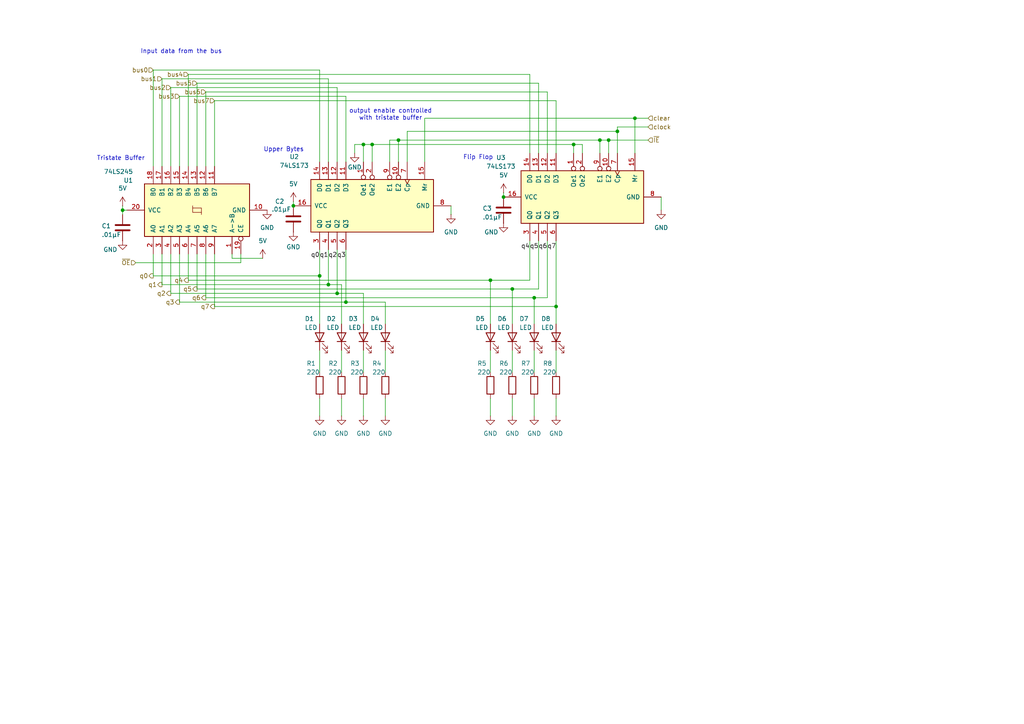
<source format=kicad_sch>
(kicad_sch (version 20231120) (generator "eeschema") (generator_version "8.0")
  (paper "A4")
  (title_block (title "Registers") (date "2024-11-11") (company "Arsenal Gear"))
  (lib_symbols
    (symbol "74xx:74LS173" (pin_names (offset 1.016))
      (property "Reference" "U" (at -7.62 19.05 0))
      (property "Value" "74LS173" (at -7.62 -19.05 0))
      (symbol "74LS173_1_0"
        (pin input inverted (at -12.7 2.54 0) (length 5.08) (name "Oe1") (number "1"))
        (pin input inverted (at -12.7 -7.62 0) (length 5.08) (name "E2") (number "10"))
        (pin input line (at -12.7 7.62 0) (length 5.08) (name "D3") (number "11"))
        (pin input line (at -12.7 10.16 0) (length 5.08) (name "D2") (number "12"))
        (pin input line (at -12.7 12.7 0) (length 5.08) (name "D1") (number "13"))
        (pin input line (at -12.7 15.24 0) (length 5.08) (name "D0") (number "14"))
        (pin input line (at -12.7 -15.24 0) (length 5.08) (name "Mr") (number "15"))
        (pin power_in line (at 0 22.86 270) (length 5.08) (name "VCC") (number "16"))
        (pin input inverted (at -12.7 0 0) (length 5.08) (name "Oe2") (number "2"))
        (pin tri_state line (at 12.7 15.24 180) (length 5.08) (name "Q0") (number "3"))
        (pin tri_state line (at 12.7 12.7 180) (length 5.08) (name "Q1") (number "4"))
        (pin tri_state line (at 12.7 10.16 180) (length 5.08) (name "Q2") (number "5"))
        (pin tri_state line (at 12.7 7.62 180) (length 5.08) (name "Q3") (number "6"))
        (pin input clock (at -12.7 -10.16 0) (length 5.08) (name "Cp") (number "7"))
        (pin power_in line (at 0 -22.86 90) (length 5.08) (name "GND") (number "8"))
        (pin input inverted (at -12.7 -5.08 0) (length 5.08) (name "E1") (number "9"))
      )
      (symbol "74LS173_1_1"
        (rectangle (start -7.62 17.78) (end 7.62 -17.78) (stroke (width 0.254)) (fill (type background)))
      )
    )
    (symbol "74xx:74LS245" (pin_names (offset 1.016))
      (property "Reference" "U" (at -7.62 16.51 0))
      (property "Value" "74LS245" (at -7.62 -16.51 0))
      (symbol "74LS245_1_0"
        (polyline (pts (xy -0.635 -1.27) (xy -0.635 1.27) (xy 0.635 1.27)))
        (polyline (pts (xy -1.27 -1.27) (xy 0.635 -1.27) (xy 0.635 1.27) (xy 1.27 1.27)))
        (pin input line (at -12.7 -10.16 0) (length 5.08) (name "A->B") (number "1"))
        (pin power_in line (at 0 -20.32 90) (length 5.08) (name "GND") (number "10"))
        (pin tri_state line (at 12.7 -5.08 180) (length 5.08) (name "B7") (number "11"))
        (pin tri_state line (at 12.7 -2.54 180) (length 5.08) (name "B6") (number "12"))
        (pin tri_state line (at 12.7 0 180) (length 5.08) (name "B5") (number "13"))
        (pin tri_state line (at 12.7 2.54 180) (length 5.08) (name "B4") (number "14"))
        (pin tri_state line (at 12.7 5.08 180) (length 5.08) (name "B3") (number "15"))
        (pin tri_state line (at 12.7 7.62 180) (length 5.08) (name "B2") (number "16"))
        (pin tri_state line (at 12.7 10.16 180) (length 5.08) (name "B1") (number "17"))
        (pin tri_state line (at 12.7 12.7 180) (length 5.08) (name "B0") (number "18"))
        (pin input inverted (at -12.7 -12.7 0) (length 5.08) (name "CE") (number "19"))
        (pin tri_state line (at -12.7 12.7 0) (length 5.08) (name "A0") (number "2"))
        (pin power_in line (at 0 20.32 270) (length 5.08) (name "VCC") (number "20"))
        (pin tri_state line (at -12.7 10.16 0) (length 5.08) (name "A1") (number "3"))
        (pin tri_state line (at -12.7 7.62 0) (length 5.08) (name "A2") (number "4"))
        (pin tri_state line (at -12.7 5.08 0) (length 5.08) (name "A3") (number "5"))
        (pin tri_state line (at -12.7 2.54 0) (length 5.08) (name "A4") (number "6"))
        (pin tri_state line (at -12.7 0 0) (length 5.08) (name "A5") (number "7"))
        (pin tri_state line (at -12.7 -2.54 0) (length 5.08) (name "A6") (number "8"))
        (pin tri_state line (at -12.7 -5.08 0) (length 5.08) (name "A7") (number "9"))
      )
      (symbol "74LS245_1_1"
        (rectangle (start -7.62 15.24) (end 7.62 -15.24) (stroke (width 0.254)) (fill (type background)))
      )
    )
    (symbol "Device:C" (pin_numbers hide) (pin_names (offset 0.254))
      (property "Reference" "C" (at 0.635 2.54 0))
      (property "Value" "C" (at 0.635 -2.54 0))
      (symbol "C_0_1"
        (polyline (pts (xy -2.032 -0.762) (xy 2.032 -0.762)) (stroke (width 0.508)))
        (polyline (pts (xy -2.032 0.762) (xy 2.032 0.762)) (stroke (width 0.508)))
      )
      (symbol "C_1_1"
        (pin passive line (at 0 3.81 270) (length 2.794) (name "~") (number "1"))
        (pin passive line (at 0 -3.81 90) (length 2.794) (name "~") (number "2"))
      )
    )
    (symbol "Device:LED" (pin_numbers hide) (pin_names (offset 1.016) hide)
      (property "Reference" "D" (at 0 2.54 0))
      (property "Value" "LED" (at 0 -2.54 0))
      (symbol "LED_0_1"
        (polyline (pts (xy -1.27 -1.27) (xy -1.27 1.27)) (stroke (width 0.254)))
        (polyline (pts (xy -1.27 0) (xy 1.27 0)))
        (polyline (pts (xy 1.27 -1.27) (xy 1.27 1.27) (xy -1.27 0) (xy 1.27 -1.27)) (stroke (width 0.254)))
        (polyline (pts (xy -3.048 -0.762) (xy -4.572 -2.286) (xy -3.81 -2.286) (xy -4.572 -2.286) (xy -4.572 -1.524)))
        (polyline (pts (xy -1.778 -0.762) (xy -3.302 -2.286) (xy -2.54 -2.286) (xy -3.302 -2.286) (xy -3.302 -1.524)))
      )
      (symbol "LED_1_1"
        (pin passive line (at -3.81 0 0) (length 2.54) (name "K") (number "1"))
        (pin passive line (at 3.81 0 180) (length 2.54) (name "A") (number "2"))
      )
    )
    (symbol "Device:R" (pin_numbers hide) (pin_names (offset 0))
      (property "Reference" "R" (at 2.032 0 90))
      (property "Value" "R" (at 0 0 90))
      (symbol "R_0_1"
        (rectangle (start -1.016 -2.54) (end 1.016 2.54) (stroke (width 0.254)))
      )
      (symbol "R_1_1"
        (pin passive line (at 0 3.81 270) (length 1.27) (name "~") (number "1"))
        (pin passive line (at 0 -3.81 90) (length 1.27) (name "~") (number "2"))
      )
    )
    (symbol "power:GND" (power) (pin_numbers hide) (pin_names (offset 0) hide)
      (property "Value" "GND" (at 0 -3.81 0))
      (symbol "GND_0_1"
        (polyline (pts (xy 0 0) (xy 0 -1.27) (xy 1.27 -1.27) (xy 0 -2.54) (xy -1.27 -1.27) (xy 0 -1.27)))
      )
      (symbol "GND_1_1"
        (pin power_in line (at 0 0 270) (length 0) (name "~") (number "1"))
      )
    )
    (symbol "power:VCC" (power) (pin_numbers hide) (pin_names (offset 0) hide)
      (property "Value" "VCC" (at 0 3.556 0))
      (symbol "VCC_0_1"
        (polyline (pts (xy -0.762 1.27) (xy 0 2.54)))
        (polyline (pts (xy 0 0) (xy 0 2.54)))
        (polyline (pts (xy 0 2.54) (xy 0.762 1.27)))
      )
      (symbol "VCC_1_1"
        (pin power_in line (at 0 0 90) (length 0) (name "~") (number "1"))
      )
    )
  )
  (junction (at 166.37 41.91))
  (junction (at 105.41 41.91))
  (junction (at 184.15 34.29))
  (junction (at 161.29 88.9))
  (junction (at 148.59 83.82))
  (junction (at 97.79 85.09))
  (junction (at 115.57 40.64))
  (junction (at 179.07 38.1))
  (junction (at 100.33 87.63))
  (junction (at 107.95 41.91))
  (junction (at 154.94 86.36))
  (junction (at 92.71 80.01))
  (junction (at 146.05 57.15))
  (junction (at 142.24 81.28))
  (junction (at 176.53 40.64))
  (junction (at 85.09 59.69))
  (junction (at 35.56 60.96))
  (junction (at 173.99 40.64))
  (junction (at 95.25 82.55))
  (wire (pts (xy 123.19 34.29) (xy 184.15 34.29)))
  (wire (pts (xy 111.76 115.57) (xy 111.76 120.65)))
  (wire (pts (xy 161.29 88.9) (xy 62.23 88.9)))
  (wire (pts (xy 46.99 73.66) (xy 46.99 82.55)))
  (wire (pts (xy 54.61 21.59) (xy 54.61 48.26)))
  (wire (pts (xy 54.61 73.66) (xy 54.61 81.28)))
  (wire (pts (xy 49.53 25.4) (xy 49.53 48.26)))
  (wire (pts (xy 100.33 27.94) (xy 100.33 46.99)))
  (wire (pts (xy 69.85 76.2) (xy 39.37 76.2)))
  (wire (pts (xy 113.03 46.99) (xy 113.03 40.64)))
  (wire (pts (xy 156.21 69.85) (xy 156.21 83.82)))
  (wire (pts (xy 92.71 72.39) (xy 92.71 80.01)))
  (wire (pts (xy 158.75 26.67) (xy 158.75 44.45)))
  (wire (pts (xy 44.45 20.32) (xy 44.45 48.26)))
  (wire (pts (xy 173.99 40.64) (xy 176.53 40.64)))
  (wire (pts (xy 97.79 25.4) (xy 97.79 46.99)))
  (wire (pts (xy 102.87 41.91) (xy 102.87 44.45)))
  (wire (pts (xy 52.07 27.94) (xy 52.07 48.26)))
  (wire (pts (xy 59.69 73.66) (xy 59.69 86.36)))
  (wire (pts (xy 62.23 73.66) (xy 62.23 88.9)))
  (wire (pts (xy 52.07 73.66) (xy 52.07 87.63)))
  (wire (pts (xy 67.31 74.93) (xy 67.31 73.66)))
  (wire (pts (xy 161.29 101.6) (xy 161.29 107.95)))
  (wire (pts (xy 95.25 22.86) (xy 95.25 46.99)))
  (wire (pts (xy 35.56 62.23) (xy 35.56 60.96)))
  (wire (pts (xy 92.71 20.32) (xy 92.71 46.99)))
  (wire (pts (xy 184.15 34.29) (xy 184.15 44.45)))
  (wire (pts (xy 161.29 29.21) (xy 161.29 44.45)))
  (wire (pts (xy 158.75 86.36) (xy 154.94 86.36)))
  (wire (pts (xy 49.53 73.66) (xy 49.53 85.09)))
  (wire (pts (xy 49.53 25.4) (xy 97.79 25.4)))
  (wire (pts (xy 100.33 87.63) (xy 111.76 87.63)))
  (wire (pts (xy 99.06 115.57) (xy 99.06 120.65)))
  (wire (pts (xy 85.09 58.42) (xy 85.09 59.69)))
  (wire (pts (xy 92.71 80.01) (xy 92.71 93.98)))
  (wire (pts (xy 184.15 34.29) (xy 187.96 34.29)))
  (wire (pts (xy 154.94 86.36) (xy 154.94 93.98)))
  (wire (pts (xy 97.79 85.09) (xy 105.41 85.09)))
  (wire (pts (xy 105.41 85.09) (xy 105.41 93.98)))
  (wire (pts (xy 154.94 86.36) (xy 59.69 86.36)))
  (wire (pts (xy 148.59 101.6) (xy 148.59 107.95)))
  (wire (pts (xy 148.59 115.57) (xy 148.59 120.65)))
  (wire (pts (xy 105.41 41.91) (xy 107.95 41.91)))
  (wire (pts (xy 156.21 24.13) (xy 156.21 44.45)))
  (wire (pts (xy 107.95 41.91) (xy 107.95 46.99)))
  (wire (pts (xy 46.99 22.86) (xy 46.99 48.26)))
  (wire (pts (xy 153.67 81.28) (xy 142.24 81.28)))
  (wire (pts (xy 158.75 69.85) (xy 158.75 86.36)))
  (wire (pts (xy 57.15 24.13) (xy 156.21 24.13)))
  (wire (pts (xy 57.15 73.66) (xy 57.15 83.82)))
  (wire (pts (xy 107.95 41.91) (xy 166.37 41.91)))
  (wire (pts (xy 69.85 73.66) (xy 69.85 76.2)))
  (wire (pts (xy 92.71 101.6) (xy 92.71 107.95)))
  (wire (pts (xy 100.33 87.63) (xy 52.07 87.63)))
  (wire (pts (xy 95.25 82.55) (xy 46.99 82.55)))
  (wire (pts (xy 123.19 46.99) (xy 123.19 34.29)))
  (wire (pts (xy 52.07 27.94) (xy 100.33 27.94)))
  (wire (pts (xy 179.07 36.83) (xy 179.07 38.1)))
  (wire (pts (xy 179.07 38.1) (xy 179.07 44.45)))
  (wire (pts (xy 161.29 69.85) (xy 161.29 88.9)))
  (wire (pts (xy 115.57 46.99) (xy 115.57 40.64)))
  (wire (pts (xy 35.56 60.96) (xy 36.83 60.96)))
  (wire (pts (xy 142.24 115.57) (xy 142.24 120.65)))
  (wire (pts (xy 153.67 69.85) (xy 153.67 81.28)))
  (wire (pts (xy 148.59 83.82) (xy 156.21 83.82)))
  (wire (pts (xy 148.59 83.82) (xy 148.59 93.98)))
  (wire (pts (xy 118.11 38.1) (xy 179.07 38.1)))
  (wire (pts (xy 46.99 22.86) (xy 95.25 22.86)))
  (wire (pts (xy 111.76 87.63) (xy 111.76 93.98)))
  (wire (pts (xy 99.06 82.55) (xy 99.06 93.98)))
  (wire (pts (xy 161.29 88.9) (xy 161.29 93.98)))
  (wire (pts (xy 179.07 36.83) (xy 187.96 36.83)))
  (wire (pts (xy 161.29 115.57) (xy 161.29 120.65)))
  (wire (pts (xy 115.57 40.64) (xy 173.99 40.64)))
  (wire (pts (xy 118.11 46.99) (xy 118.11 38.1)))
  (wire (pts (xy 59.69 26.67) (xy 59.69 48.26)))
  (wire (pts (xy 168.91 41.91) (xy 168.91 44.45)))
  (wire (pts (xy 142.24 81.28) (xy 142.24 93.98)))
  (wire (pts (xy 105.41 41.91) (xy 105.41 46.99)))
  (wire (pts (xy 142.24 101.6) (xy 142.24 107.95)))
  (wire (pts (xy 105.41 115.57) (xy 105.41 120.65)))
  (wire (pts (xy 99.06 101.6) (xy 99.06 107.95)))
  (wire (pts (xy 57.15 83.82) (xy 148.59 83.82)))
  (wire (pts (xy 76.2 74.93) (xy 67.31 74.93)))
  (wire (pts (xy 111.76 101.6) (xy 111.76 107.95)))
  (wire (pts (xy 54.61 21.59) (xy 153.67 21.59)))
  (wire (pts (xy 97.79 85.09) (xy 49.53 85.09)))
  (wire (pts (xy 166.37 41.91) (xy 168.91 41.91)))
  (wire (pts (xy 95.25 72.39) (xy 95.25 82.55)))
  (wire (pts (xy 154.94 115.57) (xy 154.94 120.65)))
  (wire (pts (xy 166.37 41.91) (xy 166.37 44.45)))
  (wire (pts (xy 102.87 41.91) (xy 105.41 41.91)))
  (wire (pts (xy 100.33 72.39) (xy 100.33 87.63)))
  (wire (pts (xy 44.45 20.32) (xy 92.71 20.32)))
  (wire (pts (xy 62.23 29.21) (xy 62.23 48.26)))
  (wire (pts (xy 62.23 29.21) (xy 161.29 29.21)))
  (wire (pts (xy 173.99 40.64) (xy 173.99 44.45)))
  (wire (pts (xy 92.71 115.57) (xy 92.71 120.65)))
  (wire (pts (xy 176.53 40.64) (xy 176.53 44.45)))
  (wire (pts (xy 44.45 73.66) (xy 44.45 80.01)))
  (wire (pts (xy 113.03 40.64) (xy 115.57 40.64)))
  (wire (pts (xy 153.67 21.59) (xy 153.67 44.45)))
  (wire (pts (xy 191.77 60.96) (xy 191.77 57.15)))
  (wire (pts (xy 59.69 26.67) (xy 158.75 26.67)))
  (wire (pts (xy 92.71 80.01) (xy 44.45 80.01)))
  (wire (pts (xy 105.41 101.6) (xy 105.41 107.95)))
  (wire (pts (xy 57.15 24.13) (xy 57.15 48.26)))
  (wire (pts (xy 97.79 72.39) (xy 97.79 85.09)))
  (wire (pts (xy 130.81 59.69) (xy 130.81 62.23)))
  (wire (pts (xy 146.05 55.88) (xy 146.05 57.15)))
  (wire (pts (xy 176.53 40.64) (xy 187.96 40.64)))
  (wire (pts (xy 35.56 59.69) (xy 35.56 60.96)))
  (wire (pts (xy 99.06 82.55) (xy 95.25 82.55)))
  (wire (pts (xy 154.94 101.6) (xy 154.94 107.95)))
  (wire (pts (xy 142.24 81.28) (xy 54.61 81.28)))
  (text "Upper Bytes" (at 82.296 43.434 0) (effects (font (size 1.27 1.27))))
  (text "Flip Flop" (at 138.684 45.72 0) (effects (font (size 1.27 1.27))))
  (text "output enable controlled\nwith tristate buffer" (at 113.284 33.274 0) (effects (font (size 1.27 1.27))))
  (text "Input data from the bus" (at 52.578 14.986 0) (effects (font (size 1.27 1.27))))
  (text "Tristate Buffer" (at 35.052 45.974 0) (effects (font (size 1.27 1.27))))
  (label "q6" (at 158.75 72.39 180))
  (label "q1" (at 95.25 74.93 180))
  (label "q3" (at 100.33 74.93 180))
  (label "q7" (at 161.29 72.39 180))
  (label "q2" (at 97.79 74.93 180))
  (label "q0" (at 92.71 74.93 180))
  (label "q5" (at 156.21 72.39 180))
  (label "q4" (at 153.67 72.39 180))
  (hierarchical_label "q1" (shape output) (at 46.99 82.55 180))
  (hierarchical_label "q7" (shape output) (at 62.23 88.9 180))
  (hierarchical_label "~{IE}" (shape input) (at 187.96 40.64 0))
  (hierarchical_label "q6" (shape output) (at 59.69 86.36 180))
  (hierarchical_label "q2" (shape output) (at 49.53 85.09 180))
  (hierarchical_label "bus3" (shape input) (at 52.07 27.94 180))
  (hierarchical_label "bus0" (shape input) (at 44.45 20.32 180))
  (hierarchical_label "bus7" (shape input) (at 62.23 29.21 180))
  (hierarchical_label "clock" (shape input) (at 187.96 36.83 0))
  (hierarchical_label "bus1" (shape input) (at 46.99 22.86 180))
  (hierarchical_label "q0" (shape output) (at 44.45 80.01 180))
  (hierarchical_label "~{OE}" (shape input) (at 39.37 76.2 180))
  (hierarchical_label "bus4" (shape input) (at 54.61 21.59 180))
  (hierarchical_label "q5" (shape output) (at 57.15 83.82 180))
  (hierarchical_label "bus5" (shape input) (at 57.15 24.13 180))
  (hierarchical_label "bus6" (shape input) (at 59.69 26.67 180))
  (hierarchical_label "q4" (shape output) (at 54.61 81.28 180))
  (hierarchical_label "bus2" (shape input) (at 49.53 25.4 180))
  (hierarchical_label "clear" (shape input) (at 187.96 34.29 0))
  (hierarchical_label "q3" (shape output) (at 52.07 87.63 180))
  (symbol (lib_id "Device:LED") (at 99.06 97.79 90) (unit 1)
    (property "Reference" "D2" (at 94.742 92.456 90) (effects (justify right)))
    (property "Value" "LED" (at 94.742 94.996 90) (effects (justify right)))
    (property "Footprint" "LED_THT:LED_D5.0mm" (effects (hide yes)))
    (property "Description" "Light emitting diode" (effects (hide yes)))
    (instances (project "Registers_Module" (path "" (reference "D2") (unit 1)) (path "" (reference "D18") (unit 1))))
  )
  (symbol (lib_id "Device:LED") (at 142.24 97.79 90) (unit 1)
    (property "Reference" "D5" (at 137.922 92.456 90) (effects (justify right)))
    (property "Value" "LED" (at 137.922 94.996 90) (effects (justify right)))
    (property "Footprint" "LED_THT:LED_D5.0mm" (effects (hide yes)))
    (property "Description" "Light emitting diode" (effects (hide yes)))
    (instances (project "Registers_Module" (path "" (reference "D5") (unit 1)) (path "" (reference "D21") (unit 1))))
  )
  (symbol (lib_id "power:VCC") (at 85.09 58.42 0) (unit 1) (exclude_from_sim yes)
    (property "Reference" "#PWR08" (effects (hide yes)))
    (property "Value" "5V" (at 85.09 53.34 0))
    (property "Description" "Power symbol creates a global label with name \"VCC\"" (effects (hide yes)))
    (instances (project "Registers_Module" (path "" (reference "#PWR08") (unit 1)) (path "" (reference "#PWR062") (unit 1))))
  )
  (symbol (lib_id "power:VCC") (at 35.56 59.69 0) (unit 1) (exclude_from_sim yes)
    (property "Reference" "#PWR02" (effects (hide yes)))
    (property "Value" "5V" (at 35.56 54.61 0))
    (property "Description" "Power symbol creates a global label with name \"VCC\"" (effects (hide yes)))
    (instances (project "Registers_Module" (path "" (reference "#PWR02") (unit 1)) (path "" (reference "#PWR023") (unit 1))))
  )
  (symbol (lib_id "Device:C") (at 146.05 60.96 180) (unit 1)
    (property "Reference" "C3" (at 139.954 60.452 0) (effects (justify right)))
    (property "Value" ".01µF" (at 139.954 62.992 0) (effects (justify right)))
    (property "Footprint" "Capacitor_THT:C_Disc_D5.0mm_W2.5mm_P2.50mm" (effects (hide yes)))
    (property "Description" "Unpolarized capacitor" (effects (hide yes)))
    (instances (project "Registers_Module" (path "" (reference "C3") (unit 1)) (path "" (reference "C14") (unit 1))))
  )
  (symbol (lib_id "Device:LED") (at 161.29 97.79 90) (unit 1)
    (property "Reference" "D8" (at 156.972 92.456 90) (effects (justify right)))
    (property "Value" "LED" (at 156.972 94.996 90) (effects (justify right)))
    (property "Footprint" "LED_THT:LED_D5.0mm" (effects (hide yes)))
    (property "Description" "Light emitting diode" (effects (hide yes)))
    (instances (project "Registers_Module" (path "" (reference "D8") (unit 1)) (path "" (reference "D24") (unit 1))))
  )
  (symbol (lib_id "Device:R") (at 92.71 111.76 0) (unit 1)
    (property "Reference" "R1" (at 88.9 105.41 0) (effects (justify left)))
    (property "Value" "220" (at 88.9 107.95 0) (effects (justify left)))
    (property "Footprint" "Resistor_THT:R_Axial_DIN0207_L6.3mm_D2.5mm_P5.08mm_Vertical" (effects (hide yes)))
    (property "Description" "Resistor" (effects (hide yes)))
    (instances (project "Registers_Module" (path "" (reference "R1") (unit 1)) (path "" (reference "R17") (unit 1))))
  )
  (symbol (lib_id "power:GND") (at 142.24 120.65 0) (unit 1) (exclude_from_sim yes)
    (property "Reference" "#PWR016" (effects (hide yes)))
    (property "Value" "GND" (at 142.24 125.73 0))
    (property "Description" "Power symbol creates a global label with name \"GND\" , ground" (effects (hide yes)))
    (instances (project "Registers_Module" (path "" (reference "#PWR016") (unit 1)) (path "" (reference "#PWR070") (unit 1))))
  )
  (symbol (lib_id "power:GND") (at 130.81 62.23 0) (unit 1) (exclude_from_sim yes)
    (property "Reference" "#PWR015" (effects (hide yes)))
    (property "Value" "GND" (at 130.81 67.31 0))
    (property "Description" "Power symbol creates a global label with name \"GND\" , ground" (effects (hide yes)))
    (instances (project "Registers_Module" (path "" (reference "#PWR015") (unit 1)) (path "" (reference "#PWR069") (unit 1))))
  )
  (symbol (lib_id "power:GND") (at 77.47 60.96 0) (unit 1) (exclude_from_sim yes)
    (property "Reference" "#PWR07" (effects (hide yes)))
    (property "Value" "GND" (at 77.47 66.04 0))
    (property "Description" "Power symbol creates a global label with name \"GND\" , ground" (effects (hide yes)))
    (instances (project "Registers_Module" (path "" (reference "#PWR07") (unit 1)) (path "" (reference "#PWR061") (unit 1))))
  )
  (symbol (lib_id "Device:R") (at 105.41 111.76 0) (unit 1)
    (property "Reference" "R3" (at 101.6 105.41 0) (effects (justify left)))
    (property "Value" "220" (at 101.6 107.95 0) (effects (justify left)))
    (property "Footprint" "Resistor_THT:R_Axial_DIN0207_L6.3mm_D2.5mm_P5.08mm_Vertical" (effects (hide yes)))
    (property "Description" "Resistor" (effects (hide yes)))
    (instances (project "Registers_Module" (path "" (reference "R3") (unit 1)) (path "" (reference "R19") (unit 1))))
  )
  (symbol (lib_id "power:GND") (at 105.41 120.65 0) (unit 1) (exclude_from_sim yes)
    (property "Reference" "#PWR013" (effects (hide yes)))
    (property "Value" "GND" (at 105.41 125.73 0))
    (property "Description" "Power symbol creates a global label with name \"GND\" , ground" (effects (hide yes)))
    (instances (project "Registers_Module" (path "" (reference "#PWR013") (unit 1)) (path "" (reference "#PWR067") (unit 1))))
  )
  (symbol (lib_id "power:GND") (at 146.05 64.77 0) (unit 1) (exclude_from_sim yes)
    (property "Reference" "#PWR018" (effects (hide yes)))
    (property "Value" "GND" (at 142.494 67.31 0))
    (property "Description" "Power symbol creates a global label with name \"GND\" , ground" (effects (hide yes)))
    (instances (project "Registers_Module" (path "" (reference "#PWR018") (unit 1)) (path "" (reference "#PWR072") (unit 1))))
  )
  (symbol (lib_id "Device:R") (at 161.29 111.76 0) (unit 1)
    (property "Reference" "R8" (at 157.48 105.41 0) (effects (justify left)))
    (property "Value" "220" (at 157.48 107.95 0) (effects (justify left)))
    (property "Footprint" "Resistor_THT:R_Axial_DIN0207_L6.3mm_D2.5mm_P5.08mm_Vertical" (effects (hide yes)))
    (property "Description" "Resistor" (effects (hide yes)))
    (instances (project "Registers_Module" (path "" (reference "R8") (unit 1)) (path "" (reference "R24") (unit 1))))
  )
  (symbol (lib_id "power:GND") (at 35.56 69.85 0) (unit 1) (exclude_from_sim yes)
    (property "Reference" "#PWR05" (effects (hide yes)))
    (property "Value" "GND" (at 32.004 72.39 0))
    (property "Description" "Power symbol creates a global label with name \"GND\" , ground" (effects (hide yes)))
    (instances (project "Registers_Module" (path "" (reference "#PWR05") (unit 1)) (path "" (reference "#PWR059") (unit 1))))
  )
  (symbol (lib_id "power:GND") (at 99.06 120.65 0) (unit 1) (exclude_from_sim yes)
    (property "Reference" "#PWR011" (effects (hide yes)))
    (property "Value" "GND" (at 99.06 125.73 0))
    (property "Description" "Power symbol creates a global label with name \"GND\" , ground" (effects (hide yes)))
    (instances (project "Registers_Module" (path "" (reference "#PWR011") (unit 1)) (path "" (reference "#PWR065") (unit 1))))
  )
  (symbol (lib_id "74xx:74LS173") (at 107.95 59.69 90) (mirror x) (unit 1)
    (property "Reference" "U2" (at 85.344 45.466 90))
    (property "Value" "74LS173" (at 85.344 48.006 90))
    (property "Footprint" "Package_DIP:DIP-16_W7.62mm" (effects (hide yes)))
    (property "Datasheet" "http://www.ti.com/lit/gpn/sn74LS173" (effects (hide yes)))
    (property "Description" "4-bit D-type Register, 3 state out" (effects (hide yes)))
    (instances (project "Registers_Module" (path "" (reference "U2") (unit 1)) (path "" (reference "U13") (unit 1))))
  )
  (symbol (lib_id "power:GND") (at 154.94 120.65 0) (unit 1) (exclude_from_sim yes)
    (property "Reference" "#PWR020" (effects (hide yes)))
    (property "Value" "GND" (at 154.94 125.73 0))
    (property "Description" "Power symbol creates a global label with name \"GND\" , ground" (effects (hide yes)))
    (instances (project "Registers_Module" (path "" (reference "#PWR020") (unit 1)) (path "" (reference "#PWR074") (unit 1))))
  )
  (symbol (lib_id "power:VCC") (at 146.05 55.88 0) (unit 1) (exclude_from_sim yes)
    (property "Reference" "#PWR017" (effects (hide yes)))
    (property "Value" "5V" (at 146.05 50.8 0))
    (property "Description" "Power symbol creates a global label with name \"VCC\"" (effects (hide yes)))
    (instances (project "Registers_Module" (path "" (reference "#PWR017") (unit 1)) (path "" (reference "#PWR071") (unit 1))))
  )
  (symbol (lib_id "power:GND") (at 111.76 120.65 0) (unit 1) (exclude_from_sim yes)
    (property "Reference" "#PWR014" (effects (hide yes)))
    (property "Value" "GND" (at 111.76 125.73 0))
    (property "Description" "Power symbol creates a global label with name \"GND\" , ground" (effects (hide yes)))
    (instances (project "Registers_Module" (path "" (reference "#PWR014") (unit 1)) (path "" (reference "#PWR068") (unit 1))))
  )
  (symbol (lib_id "Device:R") (at 142.24 111.76 0) (unit 1)
    (property "Reference" "R5" (at 138.43 105.41 0) (effects (justify left)))
    (property "Value" "220" (at 138.43 107.95 0) (effects (justify left)))
    (property "Footprint" "Resistor_THT:R_Axial_DIN0207_L6.3mm_D2.5mm_P5.08mm_Vertical" (effects (hide yes)))
    (property "Description" "Resistor" (effects (hide yes)))
    (instances (project "Registers_Module" (path "" (reference "R5") (unit 1)) (path "" (reference "R21") (unit 1))))
  )
  (symbol (lib_id "power:VCC") (at 76.2 74.93 0) (unit 1) (exclude_from_sim yes)
    (property "Reference" "#PWR06" (effects (hide yes)))
    (property "Value" "5V" (at 76.2 69.85 0))
    (property "Description" "Power symbol creates a global label with name \"VCC\"" (effects (hide yes)))
    (instances (project "Registers_Module" (path "" (reference "#PWR06") (unit 1)) (path "" (reference "#PWR060") (unit 1))))
  )
  (symbol (lib_id "74xx:74LS245") (at 57.15 60.96 90) (unit 1)
    (property "Reference" "U1" (at 38.608 52.324 90) (effects (justify left)))
    (property "Value" "74LS245" (at 38.608 49.784 90) (effects (justify left)))
    (property "Footprint" "Package_DIP:DIP-20_W7.62mm" (effects (hide yes)))
    (property "Datasheet" "http://www.ti.com/lit/gpn/sn74LS245" (effects (hide yes)))
    (property "Description" "Octal BUS Transceivers, 3-State outputs" (effects (hide yes)))
    (instances (project "Registers_Module" (path "" (reference "U1") (unit 1)) (path "" (reference "U12") (unit 1))))
  )
  (symbol (lib_id "Device:LED") (at 111.76 97.79 90) (unit 1)
    (property "Reference" "D4" (at 107.442 92.456 90) (effects (justify right)))
    (property "Value" "LED" (at 107.442 94.996 90) (effects (justify right)))
    (property "Footprint" "LED_THT:LED_D5.0mm" (effects (hide yes)))
    (property "Description" "Light emitting diode" (effects (hide yes)))
    (instances (project "Registers_Module" (path "" (reference "D4") (unit 1)) (path "" (reference "D20") (unit 1))))
  )
  (symbol (lib_id "power:GND") (at 191.77 60.96 0) (unit 1) (exclude_from_sim yes)
    (property "Reference" "#PWR022" (effects (hide yes)))
    (property "Value" "GND" (at 191.77 66.04 0))
    (property "Description" "Power symbol creates a global label with name \"GND\" , ground" (effects (hide yes)))
    (instances (project "Registers_Module" (path "" (reference "#PWR022") (unit 1)) (path "" (reference "#PWR076") (unit 1))))
  )
  (symbol (lib_id "power:GND") (at 92.71 120.65 0) (unit 1) (exclude_from_sim yes)
    (property "Reference" "#PWR010" (effects (hide yes)))
    (property "Value" "GND" (at 92.71 125.73 0))
    (property "Description" "Power symbol creates a global label with name \"GND\" , ground" (effects (hide yes)))
    (instances (project "Registers_Module" (path "" (reference "#PWR010") (unit 1)) (path "" (reference "#PWR064") (unit 1))))
  )
  (symbol (lib_id "Device:R") (at 99.06 111.76 0) (unit 1)
    (property "Reference" "R2" (at 95.25 105.41 0) (effects (justify left)))
    (property "Value" "220" (at 95.25 107.95 0) (effects (justify left)))
    (property "Footprint" "Resistor_THT:R_Axial_DIN0207_L6.3mm_D2.5mm_P5.08mm_Vertical" (effects (hide yes)))
    (property "Description" "Resistor" (effects (hide yes)))
    (instances (project "Registers_Module" (path "" (reference "R2") (unit 1)) (path "" (reference "R18") (unit 1))))
  )
  (symbol (lib_id "power:GND") (at 161.29 120.65 0) (unit 1) (exclude_from_sim yes)
    (property "Reference" "#PWR021" (effects (hide yes)))
    (property "Value" "GND" (at 161.29 125.73 0))
    (property "Description" "Power symbol creates a global label with name \"GND\" , ground" (effects (hide yes)))
    (instances (project "Registers_Module" (path "" (reference "#PWR021") (unit 1)) (path "" (reference "#PWR075") (unit 1))))
  )
  (symbol (lib_id "power:GND") (at 85.09 67.31 0) (unit 1) (exclude_from_sim yes)
    (property "Reference" "#PWR09" (effects (hide yes)))
    (property "Value" "GND" (at 85.09 71.628 0))
    (property "Description" "Power symbol creates a global label with name \"GND\" , ground" (effects (hide yes)))
    (instances (project "Registers_Module" (path "" (reference "#PWR09") (unit 1)) (path "" (reference "#PWR063") (unit 1))))
  )
  (symbol (lib_id "Device:LED") (at 105.41 97.79 90) (unit 1)
    (property "Reference" "D3" (at 101.092 92.456 90) (effects (justify right)))
    (property "Value" "LED" (at 101.092 94.996 90) (effects (justify right)))
    (property "Footprint" "LED_THT:LED_D5.0mm" (effects (hide yes)))
    (property "Description" "Light emitting diode" (effects (hide yes)))
    (instances (project "Registers_Module" (path "" (reference "D3") (unit 1)) (path "" (reference "D19") (unit 1))))
  )
  (symbol (lib_id "Device:R") (at 154.94 111.76 0) (unit 1)
    (property "Reference" "R7" (at 151.13 105.41 0) (effects (justify left)))
    (property "Value" "220" (at 151.13 107.95 0) (effects (justify left)))
    (property "Footprint" "Resistor_THT:R_Axial_DIN0207_L6.3mm_D2.5mm_P5.08mm_Vertical" (effects (hide yes)))
    (property "Description" "Resistor" (effects (hide yes)))
    (instances (project "Registers_Module" (path "" (reference "R7") (unit 1)) (path "" (reference "R23") (unit 1))))
  )
  (symbol (lib_id "power:GND") (at 148.59 120.65 0) (unit 1) (exclude_from_sim yes)
    (property "Reference" "#PWR019" (effects (hide yes)))
    (property "Value" "GND" (at 148.59 125.73 0))
    (property "Description" "Power symbol creates a global label with name \"GND\" , ground" (effects (hide yes)))
    (instances (project "Registers_Module" (path "" (reference "#PWR019") (unit 1)) (path "" (reference "#PWR073") (unit 1))))
  )
  (symbol (lib_id "Device:LED") (at 92.71 97.79 90) (unit 1)
    (property "Reference" "D1" (at 88.392 92.456 90) (effects (justify right)))
    (property "Value" "LED" (at 88.392 94.996 90) (effects (justify right)))
    (property "Footprint" "LED_THT:LED_D5.0mm" (effects (hide yes)))
    (property "Description" "Light emitting diode" (effects (hide yes)))
    (instances (project "Registers_Module" (path "" (reference "D1") (unit 1)) (path "" (reference "D17") (unit 1))))
  )
  (symbol (lib_id "Device:LED") (at 148.59 97.79 90) (unit 1)
    (property "Reference" "D6" (at 144.272 92.456 90) (effects (justify right)))
    (property "Value" "LED" (at 144.272 94.996 90) (effects (justify right)))
    (property "Footprint" "LED_THT:LED_D5.0mm" (effects (hide yes)))
    (property "Description" "Light emitting diode" (effects (hide yes)))
    (instances (project "Registers_Module" (path "" (reference "D6") (unit 1)) (path "" (reference "D22") (unit 1))))
  )
  (symbol (lib_id "Device:R") (at 111.76 111.76 0) (unit 1)
    (property "Reference" "R4" (at 107.95 105.41 0) (effects (justify left)))
    (property "Value" "220" (at 107.95 107.95 0) (effects (justify left)))
    (property "Footprint" "Resistor_THT:R_Axial_DIN0207_L6.3mm_D2.5mm_P5.08mm_Vertical" (effects (hide yes)))
    (property "Description" "Resistor" (effects (hide yes)))
    (instances (project "Registers_Module" (path "" (reference "R4") (unit 1)) (path "" (reference "R20") (unit 1))))
  )
  (symbol (lib_id "Device:LED") (at 154.94 97.79 90) (unit 1)
    (property "Reference" "D7" (at 150.622 92.456 90) (effects (justify right)))
    (property "Value" "LED" (at 150.622 94.996 90) (effects (justify right)))
    (property "Footprint" "LED_THT:LED_D5.0mm" (effects (hide yes)))
    (property "Description" "Light emitting diode" (effects (hide yes)))
    (instances (project "Registers_Module" (path "" (reference "D7") (unit 1)) (path "" (reference "D23") (unit 1))))
  )
  (symbol (lib_id "Device:R") (at 148.59 111.76 0) (unit 1)
    (property "Reference" "R6" (at 144.78 105.41 0) (effects (justify left)))
    (property "Value" "220" (at 144.78 107.95 0) (effects (justify left)))
    (property "Footprint" "Resistor_THT:R_Axial_DIN0207_L6.3mm_D2.5mm_P5.08mm_Vertical" (effects (hide yes)))
    (property "Description" "Resistor" (effects (hide yes)))
    (instances (project "Registers_Module" (path "" (reference "R6") (unit 1)) (path "" (reference "R22") (unit 1))))
  )
  (symbol (lib_id "Device:C") (at 35.56 66.04 180) (unit 1)
    (property "Reference" "C1" (at 29.464 65.532 0) (effects (justify right)))
    (property "Value" ".01µF" (at 29.464 68.072 0) (effects (justify right)))
    (property "Footprint" "Capacitor_THT:C_Disc_D5.0mm_W2.5mm_P2.50mm" (effects (hide yes)))
    (property "Description" "Unpolarized capacitor" (effects (hide yes)))
    (instances (project "Registers_Module" (path "" (reference "C1") (unit 1)) (path "" (reference "C12") (unit 1))))
  )
  (symbol (lib_id "Device:C") (at 85.09 63.5 180) (unit 1)
    (property "Reference" "C2" (at 79.756 58.42 0) (effects (justify right)))
    (property "Value" ".01µF" (at 78.74 60.706 0) (effects (justify right)))
    (property "Footprint" "Capacitor_THT:C_Disc_D5.0mm_W2.5mm_P2.50mm" (effects (hide yes)))
    (property "Description" "Unpolarized capacitor" (effects (hide yes)))
    (instances (project "Registers_Module" (path "" (reference "C2") (unit 1)) (path "" (reference "C13") (unit 1))))
  )
  (symbol (lib_id "74xx:74LS173") (at 168.91 57.15 90) (mirror x) (unit 1)
    (property "Reference" "U3" (at 145.288 45.72 90))
    (property "Value" "74LS173" (at 145.288 48.26 90))
    (property "Footprint" "Package_DIP:DIP-16_W7.62mm" (effects (hide yes)))
    (property "Datasheet" "http://www.ti.com/lit/gpn/sn74LS173" (effects (hide yes)))
    (property "Description" "4-bit D-type Register, 3 state out" (effects (hide yes)))
    (instances (project "Registers_Module" (path "" (reference "U3") (unit 1)) (path "" (reference "U14") (unit 1))))
  )
  (symbol (lib_id "power:GND") (at 102.87 44.45 0) (unit 1)
    (property "Reference" "#PWR012" (effects (hide yes)))
    (property "Value" "GND" (at 102.87 48.514 0))
    (property "Description" "Power symbol creates a global label with name \"GND\" , ground" (effects (hide yes)))
    (instances (project "Registers_Module" (path "" (reference "#PWR012") (unit 1)) (path "" (reference "#PWR066") (unit 1))))
  )
)
</source>
